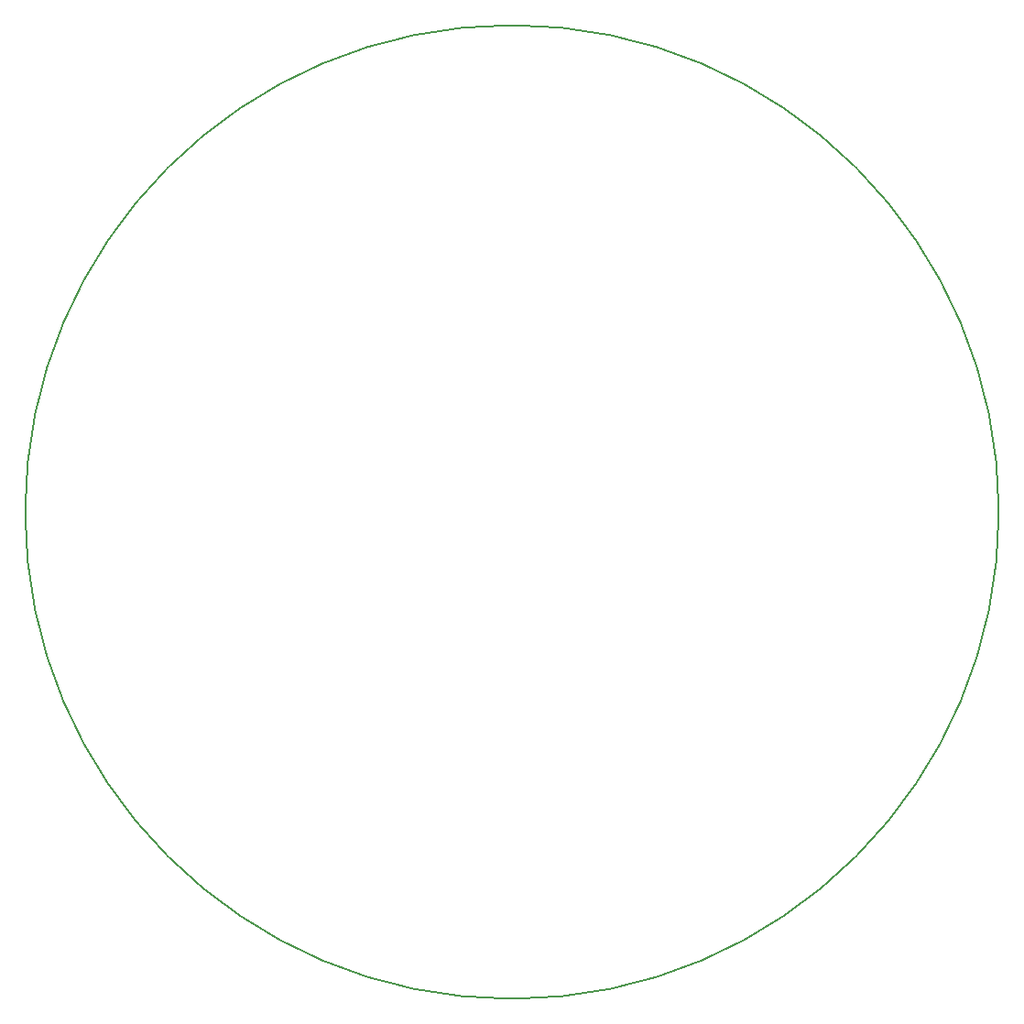
<source format=gm1>
G04 #@! TF.GenerationSoftware,KiCad,Pcbnew,5.1.10*
G04 #@! TF.CreationDate,2021-09-05T11:20:00+02:00*
G04 #@! TF.ProjectId,badge,62616467-652e-46b6-9963-61645f706362,rev?*
G04 #@! TF.SameCoordinates,Original*
G04 #@! TF.FileFunction,Profile,NP*
%FSLAX46Y46*%
G04 Gerber Fmt 4.6, Leading zero omitted, Abs format (unit mm)*
G04 Created by KiCad (PCBNEW 5.1.10) date 2021-09-05 11:20:00*
%MOMM*%
%LPD*%
G01*
G04 APERTURE LIST*
G04 #@! TA.AperFunction,Profile*
%ADD10C,0.150000*%
G04 #@! TD*
G04 APERTURE END LIST*
D10*
X195200000Y-100000000D02*
G75*
G03*
X195200000Y-100000000I-45000000J0D01*
G01*
M02*

</source>
